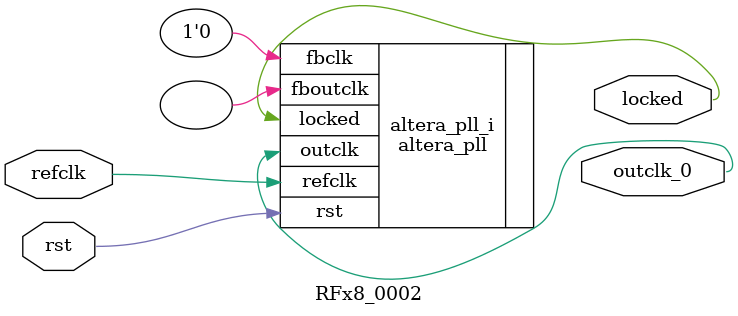
<source format=v>
`timescale 1ns/10ps
module  RFx8_0002(

	// interface 'refclk'
	input wire refclk,

	// interface 'reset'
	input wire rst,

	// interface 'outclk0'
	output wire outclk_0,

	// interface 'locked'
	output wire locked
);

	altera_pll #(
		.fractional_vco_multiplier("false"),
		.reference_clock_frequency("23.06 MHz"),
		.operation_mode("direct"),
		.number_of_clocks(1),
		.output_clock_frequency0("184.480000 MHz"),
		.phase_shift0("0 ps"),
		.duty_cycle0(50),
		.output_clock_frequency1("0 MHz"),
		.phase_shift1("0 ps"),
		.duty_cycle1(50),
		.output_clock_frequency2("0 MHz"),
		.phase_shift2("0 ps"),
		.duty_cycle2(50),
		.output_clock_frequency3("0 MHz"),
		.phase_shift3("0 ps"),
		.duty_cycle3(50),
		.output_clock_frequency4("0 MHz"),
		.phase_shift4("0 ps"),
		.duty_cycle4(50),
		.output_clock_frequency5("0 MHz"),
		.phase_shift5("0 ps"),
		.duty_cycle5(50),
		.output_clock_frequency6("0 MHz"),
		.phase_shift6("0 ps"),
		.duty_cycle6(50),
		.output_clock_frequency7("0 MHz"),
		.phase_shift7("0 ps"),
		.duty_cycle7(50),
		.output_clock_frequency8("0 MHz"),
		.phase_shift8("0 ps"),
		.duty_cycle8(50),
		.output_clock_frequency9("0 MHz"),
		.phase_shift9("0 ps"),
		.duty_cycle9(50),
		.output_clock_frequency10("0 MHz"),
		.phase_shift10("0 ps"),
		.duty_cycle10(50),
		.output_clock_frequency11("0 MHz"),
		.phase_shift11("0 ps"),
		.duty_cycle11(50),
		.output_clock_frequency12("0 MHz"),
		.phase_shift12("0 ps"),
		.duty_cycle12(50),
		.output_clock_frequency13("0 MHz"),
		.phase_shift13("0 ps"),
		.duty_cycle13(50),
		.output_clock_frequency14("0 MHz"),
		.phase_shift14("0 ps"),
		.duty_cycle14(50),
		.output_clock_frequency15("0 MHz"),
		.phase_shift15("0 ps"),
		.duty_cycle15(50),
		.output_clock_frequency16("0 MHz"),
		.phase_shift16("0 ps"),
		.duty_cycle16(50),
		.output_clock_frequency17("0 MHz"),
		.phase_shift17("0 ps"),
		.duty_cycle17(50),
		.pll_type("General"),
		.pll_subtype("General")
	) altera_pll_i (
		.rst	(rst),
		.outclk	({outclk_0}),
		.locked	(locked),
		.fboutclk	( ),
		.fbclk	(1'b0),
		.refclk	(refclk)
	);
endmodule


</source>
